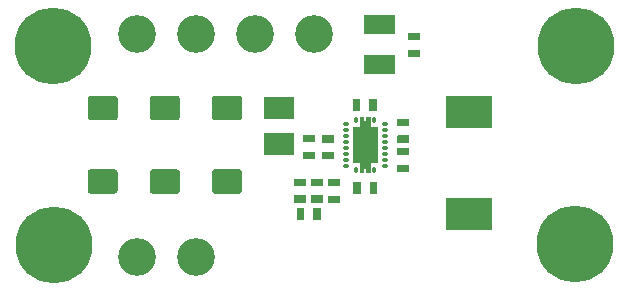
<source format=gbr>
%TF.GenerationSoftware,KiCad,Pcbnew,5.1.8-db9833491~88~ubuntu20.04.1*%
%TF.CreationDate,2020-12-10T20:55:53+01:00*%
%TF.ProjectId,Boost_DC_Converter_TPS61088RHLR,426f6f73-745f-4444-935f-436f6e766572,V1.0*%
%TF.SameCoordinates,Original*%
%TF.FileFunction,Soldermask,Top*%
%TF.FilePolarity,Negative*%
%FSLAX46Y46*%
G04 Gerber Fmt 4.6, Leading zero omitted, Abs format (unit mm)*
G04 Created by KiCad (PCBNEW 5.1.8-db9833491~88~ubuntu20.04.1) date 2020-12-10 20:55:53*
%MOMM*%
%LPD*%
G01*
G04 APERTURE LIST*
%ADD10C,0.499999*%
%ADD11O,0.300000X0.659999*%
%ADD12O,0.659999X0.300000*%
%ADD13R,2.499360X1.950720*%
%ADD14C,3.200000*%
%ADD15R,4.000000X2.750000*%
%ADD16C,1.000000*%
%ADD17C,6.500000*%
G04 APERTURE END LIST*
%TO.C,U1*%
G36*
G01*
X160915000Y-46130000D02*
X160915000Y-46630000D01*
G75*
G02*
X160905000Y-46640000I-10000J0D01*
G01*
X160535000Y-46640000D01*
G75*
G02*
X160525000Y-46630000I0J10000D01*
G01*
X160525000Y-46130000D01*
G75*
G02*
X160535000Y-46120000I10000J0D01*
G01*
X160905000Y-46120000D01*
G75*
G02*
X160915000Y-46130000I0J-10000D01*
G01*
G37*
G36*
G01*
X161475000Y-46130000D02*
X161475000Y-46630000D01*
G75*
G02*
X161465000Y-46640000I-10000J0D01*
G01*
X161095000Y-46640000D01*
G75*
G02*
X161085000Y-46630000I0J10000D01*
G01*
X161085000Y-46130000D01*
G75*
G02*
X161095000Y-46120000I10000J0D01*
G01*
X161465000Y-46120000D01*
G75*
G02*
X161475000Y-46130000I0J-10000D01*
G01*
G37*
G36*
G01*
X160915000Y-50290000D02*
X160915000Y-50790000D01*
G75*
G02*
X160905000Y-50800000I-10000J0D01*
G01*
X160535000Y-50800000D01*
G75*
G02*
X160525000Y-50790000I0J10000D01*
G01*
X160525000Y-50290000D01*
G75*
G02*
X160535000Y-50280000I10000J0D01*
G01*
X160905000Y-50280000D01*
G75*
G02*
X160915000Y-50290000I0J-10000D01*
G01*
G37*
G36*
G01*
X161475000Y-46460000D02*
X161475000Y-46960000D01*
G75*
G02*
X161465000Y-46970000I-10000J0D01*
G01*
X160535000Y-46970000D01*
G75*
G02*
X160525000Y-46960000I0J10000D01*
G01*
X160525000Y-46460000D01*
G75*
G02*
X160535000Y-46450000I10000J0D01*
G01*
X161465000Y-46450000D01*
G75*
G02*
X161475000Y-46460000I0J-10000D01*
G01*
G37*
G36*
G01*
X161475000Y-50290000D02*
X161475000Y-50790000D01*
G75*
G02*
X161465000Y-50800000I-10000J0D01*
G01*
X161095000Y-50800000D01*
G75*
G02*
X161085000Y-50790000I0J10000D01*
G01*
X161085000Y-50290000D01*
G75*
G02*
X161095000Y-50280000I10000J0D01*
G01*
X161465000Y-50280000D01*
G75*
G02*
X161475000Y-50290000I0J-10000D01*
G01*
G37*
G36*
G01*
X161475000Y-49960000D02*
X161475000Y-50460000D01*
G75*
G02*
X161465000Y-50470000I-10000J0D01*
G01*
X160535000Y-50470000D01*
G75*
G02*
X160525000Y-50460000I0J10000D01*
G01*
X160525000Y-49960000D01*
G75*
G02*
X160535000Y-49950000I10000J0D01*
G01*
X161465000Y-49950000D01*
G75*
G02*
X161475000Y-49960000I0J-10000D01*
G01*
G37*
D10*
X161000000Y-47184999D03*
X160225000Y-48459921D03*
X161000000Y-49735001D03*
X161775000Y-48459921D03*
G36*
G01*
X162054918Y-46934918D02*
X162054918Y-49984924D01*
G75*
G02*
X162024918Y-50014924I-30000J0D01*
G01*
X159974920Y-50014924D01*
G75*
G02*
X159944920Y-49984924I0J30000D01*
G01*
X159944920Y-46934918D01*
G75*
G02*
X159974920Y-46904918I30000J0D01*
G01*
X162024918Y-46904918D01*
G75*
G02*
X162054918Y-46934918I0J-30000D01*
G01*
G37*
D11*
X160249918Y-50610001D03*
D12*
X159350001Y-50209920D03*
X159350001Y-49709921D03*
X159350001Y-49209920D03*
X159350001Y-48709921D03*
X159350001Y-48209922D03*
X159350001Y-47709920D03*
X159350001Y-47209921D03*
X159350001Y-46709920D03*
D11*
X160249918Y-46309999D03*
X161749920Y-46309999D03*
D12*
X162649999Y-46709920D03*
X162649999Y-47209921D03*
X162649999Y-47709920D03*
X162649999Y-48209922D03*
X162649999Y-48709921D03*
X162649999Y-49209920D03*
X162649999Y-49709921D03*
X162649999Y-50209920D03*
D11*
X161749920Y-50610001D03*
%TD*%
%TO.C,C1*%
G36*
G01*
X163470000Y-42470000D02*
X160970000Y-42470000D01*
G75*
G02*
X160920000Y-42420000I0J50000D01*
G01*
X160920000Y-40896000D01*
G75*
G02*
X160970000Y-40846000I50000J0D01*
G01*
X163470000Y-40846000D01*
G75*
G02*
X163520000Y-40896000I0J-50000D01*
G01*
X163520000Y-42420000D01*
G75*
G02*
X163470000Y-42470000I-50000J0D01*
G01*
G37*
G36*
G01*
X163470000Y-39094000D02*
X160970000Y-39094000D01*
G75*
G02*
X160920000Y-39044000I0J50000D01*
G01*
X160920000Y-37520000D01*
G75*
G02*
X160970000Y-37470000I50000J0D01*
G01*
X163470000Y-37470000D01*
G75*
G02*
X163520000Y-37520000I0J-50000D01*
G01*
X163520000Y-39044000D01*
G75*
G02*
X163470000Y-39094000I-50000J0D01*
G01*
G37*
%TD*%
%TO.C,C2*%
G36*
G01*
X165600000Y-41010000D02*
X164600000Y-41010000D01*
G75*
G02*
X164590000Y-41000000I0J10000D01*
G01*
X164590000Y-40400000D01*
G75*
G02*
X164600000Y-40390000I10000J0D01*
G01*
X165600000Y-40390000D01*
G75*
G02*
X165610000Y-40400000I0J-10000D01*
G01*
X165610000Y-41000000D01*
G75*
G02*
X165600000Y-41010000I-10000J0D01*
G01*
G37*
G36*
G01*
X165600000Y-39610000D02*
X164600000Y-39610000D01*
G75*
G02*
X164590000Y-39600000I0J10000D01*
G01*
X164590000Y-39000000D01*
G75*
G02*
X164600000Y-38990000I10000J0D01*
G01*
X165600000Y-38990000D01*
G75*
G02*
X165610000Y-39000000I0J-10000D01*
G01*
X165610000Y-39600000D01*
G75*
G02*
X165600000Y-39610000I-10000J0D01*
G01*
G37*
%TD*%
%TO.C,C3*%
G36*
G01*
X155820000Y-53780000D02*
X155820000Y-54780000D01*
G75*
G02*
X155810000Y-54790000I-10000J0D01*
G01*
X155210000Y-54790000D01*
G75*
G02*
X155200000Y-54780000I0J10000D01*
G01*
X155200000Y-53780000D01*
G75*
G02*
X155210000Y-53770000I10000J0D01*
G01*
X155810000Y-53770000D01*
G75*
G02*
X155820000Y-53780000I0J-10000D01*
G01*
G37*
G36*
G01*
X157220000Y-53780000D02*
X157220000Y-54780000D01*
G75*
G02*
X157210000Y-54790000I-10000J0D01*
G01*
X156610000Y-54790000D01*
G75*
G02*
X156600000Y-54780000I0J10000D01*
G01*
X156600000Y-53780000D01*
G75*
G02*
X156610000Y-53770000I10000J0D01*
G01*
X157210000Y-53770000D01*
G75*
G02*
X157220000Y-53780000I0J-10000D01*
G01*
G37*
%TD*%
%TO.C,C4*%
G36*
G01*
X154980000Y-52740000D02*
X155980000Y-52740000D01*
G75*
G02*
X155990000Y-52750000I0J-10000D01*
G01*
X155990000Y-53350000D01*
G75*
G02*
X155980000Y-53360000I-10000J0D01*
G01*
X154980000Y-53360000D01*
G75*
G02*
X154970000Y-53350000I0J10000D01*
G01*
X154970000Y-52750000D01*
G75*
G02*
X154980000Y-52740000I10000J0D01*
G01*
G37*
G36*
G01*
X154980000Y-51340000D02*
X155980000Y-51340000D01*
G75*
G02*
X155990000Y-51350000I0J-10000D01*
G01*
X155990000Y-51950000D01*
G75*
G02*
X155980000Y-51960000I-10000J0D01*
G01*
X154980000Y-51960000D01*
G75*
G02*
X154970000Y-51950000I0J10000D01*
G01*
X154970000Y-51350000D01*
G75*
G02*
X154980000Y-51340000I10000J0D01*
G01*
G37*
%TD*%
%TO.C,C5*%
G36*
G01*
X161960000Y-44570000D02*
X161960000Y-45570000D01*
G75*
G02*
X161950000Y-45580000I-10000J0D01*
G01*
X161350000Y-45580000D01*
G75*
G02*
X161340000Y-45570000I0J10000D01*
G01*
X161340000Y-44570000D01*
G75*
G02*
X161350000Y-44560000I10000J0D01*
G01*
X161950000Y-44560000D01*
G75*
G02*
X161960000Y-44570000I0J-10000D01*
G01*
G37*
G36*
G01*
X160560000Y-44570000D02*
X160560000Y-45570000D01*
G75*
G02*
X160550000Y-45580000I-10000J0D01*
G01*
X159950000Y-45580000D01*
G75*
G02*
X159940000Y-45570000I0J10000D01*
G01*
X159940000Y-44570000D01*
G75*
G02*
X159950000Y-44560000I10000J0D01*
G01*
X160550000Y-44560000D01*
G75*
G02*
X160560000Y-44570000I0J-10000D01*
G01*
G37*
%TD*%
%TO.C,C6*%
G36*
G01*
X162030000Y-51600000D02*
X162030000Y-52600000D01*
G75*
G02*
X162020000Y-52610000I-10000J0D01*
G01*
X161420000Y-52610000D01*
G75*
G02*
X161410000Y-52600000I0J10000D01*
G01*
X161410000Y-51600000D01*
G75*
G02*
X161420000Y-51590000I10000J0D01*
G01*
X162020000Y-51590000D01*
G75*
G02*
X162030000Y-51600000I0J-10000D01*
G01*
G37*
G36*
G01*
X160630000Y-51600000D02*
X160630000Y-52600000D01*
G75*
G02*
X160620000Y-52610000I-10000J0D01*
G01*
X160020000Y-52610000D01*
G75*
G02*
X160010000Y-52600000I0J10000D01*
G01*
X160010000Y-51600000D01*
G75*
G02*
X160020000Y-51590000I10000J0D01*
G01*
X160620000Y-51590000D01*
G75*
G02*
X160630000Y-51600000I0J-10000D01*
G01*
G37*
%TD*%
%TO.C,C7*%
G36*
G01*
X163740000Y-47660000D02*
X164740000Y-47660000D01*
G75*
G02*
X164750000Y-47670000I0J-10000D01*
G01*
X164750000Y-48270000D01*
G75*
G02*
X164740000Y-48280000I-10000J0D01*
G01*
X163740000Y-48280000D01*
G75*
G02*
X163730000Y-48270000I0J10000D01*
G01*
X163730000Y-47670000D01*
G75*
G02*
X163740000Y-47660000I10000J0D01*
G01*
G37*
G36*
G01*
X163740000Y-46260000D02*
X164740000Y-46260000D01*
G75*
G02*
X164750000Y-46270000I0J-10000D01*
G01*
X164750000Y-46870000D01*
G75*
G02*
X164740000Y-46880000I-10000J0D01*
G01*
X163740000Y-46880000D01*
G75*
G02*
X163730000Y-46870000I0J10000D01*
G01*
X163730000Y-46270000D01*
G75*
G02*
X163740000Y-46260000I10000J0D01*
G01*
G37*
%TD*%
D13*
%TO.C,C8*%
X153700000Y-45306000D03*
X153700000Y-48354000D03*
%TD*%
%TO.C,C9*%
G36*
G01*
X148275000Y-44290000D02*
X150325000Y-44290000D01*
G75*
G02*
X150575000Y-44540000I0J-250000D01*
G01*
X150575000Y-46115000D01*
G75*
G02*
X150325000Y-46365000I-250000J0D01*
G01*
X148275000Y-46365000D01*
G75*
G02*
X148025000Y-46115000I0J250000D01*
G01*
X148025000Y-44540000D01*
G75*
G02*
X148275000Y-44290000I250000J0D01*
G01*
G37*
G36*
G01*
X148275000Y-50515000D02*
X150325000Y-50515000D01*
G75*
G02*
X150575000Y-50765000I0J-250000D01*
G01*
X150575000Y-52340000D01*
G75*
G02*
X150325000Y-52590000I-250000J0D01*
G01*
X148275000Y-52590000D01*
G75*
G02*
X148025000Y-52340000I0J250000D01*
G01*
X148025000Y-50765000D01*
G75*
G02*
X148275000Y-50515000I250000J0D01*
G01*
G37*
%TD*%
%TO.C,C10*%
G36*
G01*
X137745000Y-50525000D02*
X139795000Y-50525000D01*
G75*
G02*
X140045000Y-50775000I0J-250000D01*
G01*
X140045000Y-52350000D01*
G75*
G02*
X139795000Y-52600000I-250000J0D01*
G01*
X137745000Y-52600000D01*
G75*
G02*
X137495000Y-52350000I0J250000D01*
G01*
X137495000Y-50775000D01*
G75*
G02*
X137745000Y-50525000I250000J0D01*
G01*
G37*
G36*
G01*
X137745000Y-44300000D02*
X139795000Y-44300000D01*
G75*
G02*
X140045000Y-44550000I0J-250000D01*
G01*
X140045000Y-46125000D01*
G75*
G02*
X139795000Y-46375000I-250000J0D01*
G01*
X137745000Y-46375000D01*
G75*
G02*
X137495000Y-46125000I0J250000D01*
G01*
X137495000Y-44550000D01*
G75*
G02*
X137745000Y-44300000I250000J0D01*
G01*
G37*
%TD*%
%TO.C,C11*%
G36*
G01*
X143015000Y-44300000D02*
X145065000Y-44300000D01*
G75*
G02*
X145315000Y-44550000I0J-250000D01*
G01*
X145315000Y-46125000D01*
G75*
G02*
X145065000Y-46375000I-250000J0D01*
G01*
X143015000Y-46375000D01*
G75*
G02*
X142765000Y-46125000I0J250000D01*
G01*
X142765000Y-44550000D01*
G75*
G02*
X143015000Y-44300000I250000J0D01*
G01*
G37*
G36*
G01*
X143015000Y-50525000D02*
X145065000Y-50525000D01*
G75*
G02*
X145315000Y-50775000I0J-250000D01*
G01*
X145315000Y-52350000D01*
G75*
G02*
X145065000Y-52600000I-250000J0D01*
G01*
X143015000Y-52600000D01*
G75*
G02*
X142765000Y-52350000I0J250000D01*
G01*
X142765000Y-50775000D01*
G75*
G02*
X143015000Y-50525000I250000J0D01*
G01*
G37*
%TD*%
D14*
%TO.C,P1*%
X156650000Y-39090000D03*
X151650000Y-39090000D03*
%TD*%
%TO.C,P2*%
X146650000Y-57980000D03*
X141650000Y-57980000D03*
%TD*%
%TO.C,P3*%
X141650000Y-39090000D03*
X146650000Y-39090000D03*
%TD*%
%TO.C,R1*%
G36*
G01*
X156410000Y-52740000D02*
X157410000Y-52740000D01*
G75*
G02*
X157420000Y-52750000I0J-10000D01*
G01*
X157420000Y-53350000D01*
G75*
G02*
X157410000Y-53360000I-10000J0D01*
G01*
X156410000Y-53360000D01*
G75*
G02*
X156400000Y-53350000I0J10000D01*
G01*
X156400000Y-52750000D01*
G75*
G02*
X156410000Y-52740000I10000J0D01*
G01*
G37*
G36*
G01*
X156410000Y-51340000D02*
X157410000Y-51340000D01*
G75*
G02*
X157420000Y-51350000I0J-10000D01*
G01*
X157420000Y-51950000D01*
G75*
G02*
X157410000Y-51960000I-10000J0D01*
G01*
X156410000Y-51960000D01*
G75*
G02*
X156400000Y-51950000I0J10000D01*
G01*
X156400000Y-51350000D01*
G75*
G02*
X156410000Y-51340000I10000J0D01*
G01*
G37*
%TD*%
%TO.C,R2*%
G36*
G01*
X157850000Y-51350000D02*
X158850000Y-51350000D01*
G75*
G02*
X158860000Y-51360000I0J-10000D01*
G01*
X158860000Y-51960000D01*
G75*
G02*
X158850000Y-51970000I-10000J0D01*
G01*
X157850000Y-51970000D01*
G75*
G02*
X157840000Y-51960000I0J10000D01*
G01*
X157840000Y-51360000D01*
G75*
G02*
X157850000Y-51350000I10000J0D01*
G01*
G37*
G36*
G01*
X157850000Y-52750000D02*
X158850000Y-52750000D01*
G75*
G02*
X158860000Y-52760000I0J-10000D01*
G01*
X158860000Y-53360000D01*
G75*
G02*
X158850000Y-53370000I-10000J0D01*
G01*
X157850000Y-53370000D01*
G75*
G02*
X157840000Y-53360000I0J10000D01*
G01*
X157840000Y-52760000D01*
G75*
G02*
X157850000Y-52750000I10000J0D01*
G01*
G37*
%TD*%
%TO.C,R3*%
G36*
G01*
X164740000Y-49350000D02*
X163740000Y-49350000D01*
G75*
G02*
X163730000Y-49340000I0J10000D01*
G01*
X163730000Y-48740000D01*
G75*
G02*
X163740000Y-48730000I10000J0D01*
G01*
X164740000Y-48730000D01*
G75*
G02*
X164750000Y-48740000I0J-10000D01*
G01*
X164750000Y-49340000D01*
G75*
G02*
X164740000Y-49350000I-10000J0D01*
G01*
G37*
G36*
G01*
X164740000Y-50750000D02*
X163740000Y-50750000D01*
G75*
G02*
X163730000Y-50740000I0J10000D01*
G01*
X163730000Y-50140000D01*
G75*
G02*
X163740000Y-50130000I10000J0D01*
G01*
X164740000Y-50130000D01*
G75*
G02*
X164750000Y-50140000I0J-10000D01*
G01*
X164750000Y-50740000D01*
G75*
G02*
X164740000Y-50750000I-10000J0D01*
G01*
G37*
%TD*%
%TO.C,R4*%
G36*
G01*
X157320000Y-49040000D02*
X158320000Y-49040000D01*
G75*
G02*
X158330000Y-49050000I0J-10000D01*
G01*
X158330000Y-49650000D01*
G75*
G02*
X158320000Y-49660000I-10000J0D01*
G01*
X157320000Y-49660000D01*
G75*
G02*
X157310000Y-49650000I0J10000D01*
G01*
X157310000Y-49050000D01*
G75*
G02*
X157320000Y-49040000I10000J0D01*
G01*
G37*
G36*
G01*
X157320000Y-47640000D02*
X158320000Y-47640000D01*
G75*
G02*
X158330000Y-47650000I0J-10000D01*
G01*
X158330000Y-48250000D01*
G75*
G02*
X158320000Y-48260000I-10000J0D01*
G01*
X157320000Y-48260000D01*
G75*
G02*
X157310000Y-48250000I0J10000D01*
G01*
X157310000Y-47650000D01*
G75*
G02*
X157320000Y-47640000I10000J0D01*
G01*
G37*
%TD*%
%TO.C,R5*%
G36*
G01*
X156730000Y-49640000D02*
X155730000Y-49640000D01*
G75*
G02*
X155720000Y-49630000I0J10000D01*
G01*
X155720000Y-49030000D01*
G75*
G02*
X155730000Y-49020000I10000J0D01*
G01*
X156730000Y-49020000D01*
G75*
G02*
X156740000Y-49030000I0J-10000D01*
G01*
X156740000Y-49630000D01*
G75*
G02*
X156730000Y-49640000I-10000J0D01*
G01*
G37*
G36*
G01*
X156730000Y-48240000D02*
X155730000Y-48240000D01*
G75*
G02*
X155720000Y-48230000I0J10000D01*
G01*
X155720000Y-47630000D01*
G75*
G02*
X155730000Y-47620000I10000J0D01*
G01*
X156730000Y-47620000D01*
G75*
G02*
X156740000Y-47630000I0J-10000D01*
G01*
X156740000Y-48230000D01*
G75*
G02*
X156730000Y-48240000I-10000J0D01*
G01*
G37*
%TD*%
D15*
%TO.C,L1*%
X169820000Y-45640000D03*
X169820000Y-54340000D03*
%TD*%
D16*
%TO.C,MH1*%
X136397767Y-55142233D03*
X137130000Y-56910000D03*
X136397767Y-58677767D03*
X134630000Y-59410000D03*
X132862233Y-58677767D03*
X132130000Y-56910000D03*
X132862233Y-55142233D03*
X134630000Y-54410000D03*
D17*
X134630000Y-56910000D03*
%TD*%
%TO.C,MH2*%
X178800000Y-56850000D03*
D16*
X178800000Y-54350000D03*
X177032233Y-55082233D03*
X176300000Y-56850000D03*
X177032233Y-58617767D03*
X178800000Y-59350000D03*
X180567767Y-58617767D03*
X181300000Y-56850000D03*
X180567767Y-55082233D03*
%TD*%
D17*
%TO.C,MH3*%
X134600000Y-40050000D03*
D16*
X134600000Y-37550000D03*
X132832233Y-38282233D03*
X132100000Y-40050000D03*
X132832233Y-41817767D03*
X134600000Y-42550000D03*
X136367767Y-41817767D03*
X137100000Y-40050000D03*
X136367767Y-38282233D03*
%TD*%
%TO.C,MH4*%
X180597767Y-38302233D03*
X181330000Y-40070000D03*
X180597767Y-41837767D03*
X178830000Y-42570000D03*
X177062233Y-41837767D03*
X176330000Y-40070000D03*
X177062233Y-38302233D03*
X178830000Y-37570000D03*
D17*
X178830000Y-40070000D03*
%TD*%
M02*

</source>
